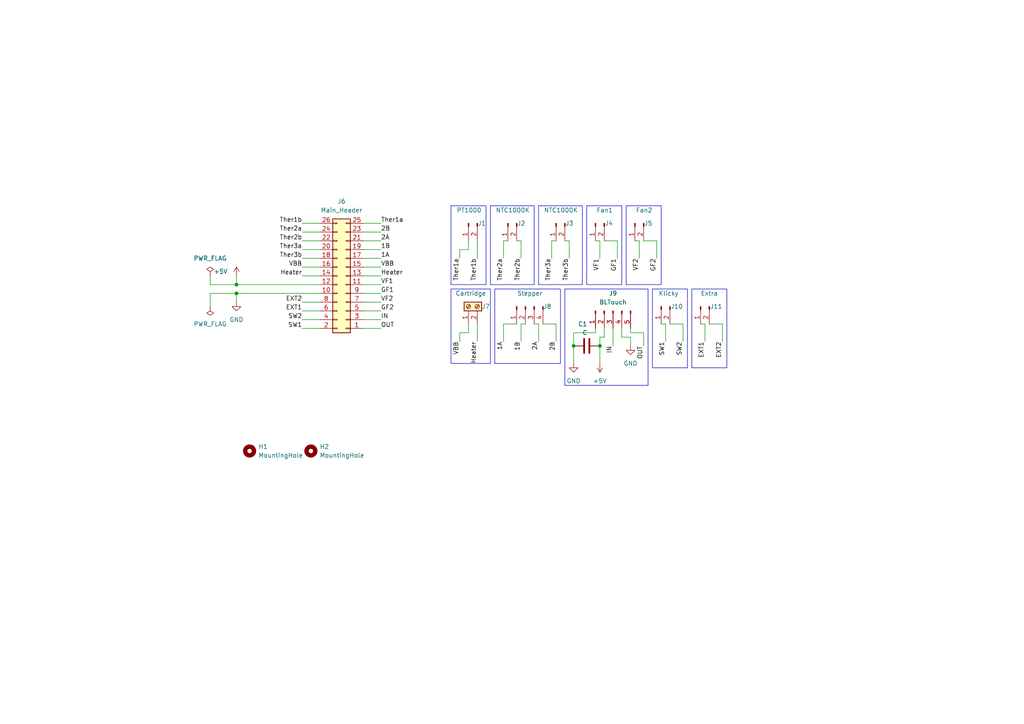
<source format=kicad_sch>
(kicad_sch (version 20230121) (generator eeschema)
  (paper "A4")
  (lib_symbols
    (symbol "Connector:Conn_01x02_Pin" (pin_names (offset 1.016) hide)
      (property "Reference" "J" (at 0 2.54 0))
      (property "Value" "Conn_01x02_Pin" (at 0 -5.08 0))
      (symbol "Conn_01x02_Pin_1_1"
        (polyline (pts (xy 1.27 -2.54) (xy 0.8636 -2.54)) (stroke (width 0.1524)))
        (polyline (pts (xy 1.27 0) (xy 0.8636 0)) (stroke (width 0.1524)))
        (rectangle (start 0.8636 -2.413) (end 0 -2.667) (stroke (width 0.1524)) (fill (type outline)))
        (rectangle (start 0.8636 0.127) (end 0 -0.127) (stroke (width 0.1524)) (fill (type outline)))
        (pin passive line (at 5.08 0 180) (length 3.81) (name "Pin_1") (number "1"))
        (pin passive line (at 5.08 -2.54 180) (length 3.81) (name "Pin_2") (number "2"))
      )
    )
    (symbol "Connector:Conn_01x04_Pin" (pin_names (offset 1.016) hide)
      (property "Reference" "J" (at 0 5.08 0))
      (property "Value" "Conn_01x04_Pin" (at 0 -7.62 0))
      (symbol "Conn_01x04_Pin_1_1"
        (polyline (pts (xy 1.27 -5.08) (xy 0.8636 -5.08)) (stroke (width 0.1524)))
        (polyline (pts (xy 1.27 -2.54) (xy 0.8636 -2.54)) (stroke (width 0.1524)))
        (polyline (pts (xy 1.27 0) (xy 0.8636 0)) (stroke (width 0.1524)))
        (polyline (pts (xy 1.27 2.54) (xy 0.8636 2.54)) (stroke (width 0.1524)))
        (rectangle (start 0.8636 -4.953) (end 0 -5.207) (stroke (width 0.1524)) (fill (type outline)))
        (rectangle (start 0.8636 -2.413) (end 0 -2.667) (stroke (width 0.1524)) (fill (type outline)))
        (rectangle (start 0.8636 0.127) (end 0 -0.127) (stroke (width 0.1524)) (fill (type outline)))
        (rectangle (start 0.8636 2.667) (end 0 2.413) (stroke (width 0.1524)) (fill (type outline)))
        (pin passive line (at 5.08 2.54 180) (length 3.81) (name "Pin_1") (number "1"))
        (pin passive line (at 5.08 0 180) (length 3.81) (name "Pin_2") (number "2"))
        (pin passive line (at 5.08 -2.54 180) (length 3.81) (name "Pin_3") (number "3"))
        (pin passive line (at 5.08 -5.08 180) (length 3.81) (name "Pin_4") (number "4"))
      )
    )
    (symbol "Connector:Conn_01x05_Pin" (pin_names (offset 1.016) hide)
      (property "Reference" "J" (at 0 7.62 0))
      (property "Value" "Conn_01x05_Pin" (at 0 -7.62 0))
      (symbol "Conn_01x05_Pin_1_1"
        (polyline (pts (xy 1.27 -5.08) (xy 0.8636 -5.08)) (stroke (width 0.1524)))
        (polyline (pts (xy 1.27 -2.54) (xy 0.8636 -2.54)) (stroke (width 0.1524)))
        (polyline (pts (xy 1.27 0) (xy 0.8636 0)) (stroke (width 0.1524)))
        (polyline (pts (xy 1.27 2.54) (xy 0.8636 2.54)) (stroke (width 0.1524)))
        (polyline (pts (xy 1.27 5.08) (xy 0.8636 5.08)) (stroke (width 0.1524)))
        (rectangle (start 0.8636 -4.953) (end 0 -5.207) (stroke (width 0.1524)) (fill (type outline)))
        (rectangle (start 0.8636 -2.413) (end 0 -2.667) (stroke (width 0.1524)) (fill (type outline)))
        (rectangle (start 0.8636 0.127) (end 0 -0.127) (stroke (width 0.1524)) (fill (type outline)))
        (rectangle (start 0.8636 2.667) (end 0 2.413) (stroke (width 0.1524)) (fill (type outline)))
        (rectangle (start 0.8636 5.207) (end 0 4.953) (stroke (width 0.1524)) (fill (type outline)))
        (pin passive line (at 5.08 5.08 180) (length 3.81) (name "Pin_1") (number "1"))
        (pin passive line (at 5.08 2.54 180) (length 3.81) (name "Pin_2") (number "2"))
        (pin passive line (at 5.08 0 180) (length 3.81) (name "Pin_3") (number "3"))
        (pin passive line (at 5.08 -2.54 180) (length 3.81) (name "Pin_4") (number "4"))
        (pin passive line (at 5.08 -5.08 180) (length 3.81) (name "Pin_5") (number "5"))
      )
    )
    (symbol "Connector:Screw_Terminal_01x02" (pin_names (offset 1.016) hide)
      (property "Reference" "J" (at 0 2.54 0))
      (property "Value" "Screw_Terminal_01x02" (at 0 -5.08 0))
      (symbol "Screw_Terminal_01x02_1_1"
        (rectangle (start -1.27 1.27) (end 1.27 -3.81) (stroke (width 0.254)) (fill (type background)))
        (circle (center 0 -2.54) (radius 0.635) (stroke (width 0.1524)))
        (polyline (pts (xy -0.5334 -2.2098) (xy 0.3302 -3.048)) (stroke (width 0.1524)))
        (polyline (pts (xy -0.5334 0.3302) (xy 0.3302 -0.508)) (stroke (width 0.1524)))
        (polyline (pts (xy -0.3556 -2.032) (xy 0.508 -2.8702)) (stroke (width 0.1524)))
        (polyline (pts (xy -0.3556 0.508) (xy 0.508 -0.3302)) (stroke (width 0.1524)))
        (circle (center 0 0) (radius 0.635) (stroke (width 0.1524)))
        (pin passive line (at -5.08 0 0) (length 3.81) (name "Pin_1") (number "1"))
        (pin passive line (at -5.08 -2.54 0) (length 3.81) (name "Pin_2") (number "2"))
      )
    )
    (symbol "Connector_Generic:Conn_02x13_Odd_Even" (pin_names (offset 1.016) hide)
      (property "Reference" "J" (at 1.27 17.78 0))
      (property "Value" "Conn_02x13_Odd_Even" (at 1.27 -17.78 0))
      (symbol "Conn_02x13_Odd_Even_1_1"
        (rectangle (start -1.27 -15.113) (end 0 -15.367) (stroke (width 0.1524)))
        (rectangle (start -1.27 -12.573) (end 0 -12.827) (stroke (width 0.1524)))
        (rectangle (start -1.27 -10.033) (end 0 -10.287) (stroke (width 0.1524)))
        (rectangle (start -1.27 -7.493) (end 0 -7.747) (stroke (width 0.1524)))
        (rectangle (start -1.27 -4.953) (end 0 -5.207) (stroke (width 0.1524)))
        (rectangle (start -1.27 -2.413) (end 0 -2.667) (stroke (width 0.1524)))
        (rectangle (start -1.27 0.127) (end 0 -0.127) (stroke (width 0.1524)))
        (rectangle (start -1.27 2.667) (end 0 2.413) (stroke (width 0.1524)))
        (rectangle (start -1.27 5.207) (end 0 4.953) (stroke (width 0.1524)))
        (rectangle (start -1.27 7.747) (end 0 7.493) (stroke (width 0.1524)))
        (rectangle (start -1.27 10.287) (end 0 10.033) (stroke (width 0.1524)))
        (rectangle (start -1.27 12.827) (end 0 12.573) (stroke (width 0.1524)))
        (rectangle (start -1.27 15.367) (end 0 15.113) (stroke (width 0.1524)))
        (rectangle (start -1.27 16.51) (end 3.81 -16.51) (stroke (width 0.254)) (fill (type background)))
        (rectangle (start 3.81 -15.113) (end 2.54 -15.367) (stroke (width 0.1524)))
        (rectangle (start 3.81 -12.573) (end 2.54 -12.827) (stroke (width 0.1524)))
        (rectangle (start 3.81 -10.033) (end 2.54 -10.287) (stroke (width 0.1524)))
        (rectangle (start 3.81 -7.493) (end 2.54 -7.747) (stroke (width 0.1524)))
        (rectangle (start 3.81 -4.953) (end 2.54 -5.207) (stroke (width 0.1524)))
        (rectangle (start 3.81 -2.413) (end 2.54 -2.667) (stroke (width 0.1524)))
        (rectangle (start 3.81 0.127) (end 2.54 -0.127) (stroke (width 0.1524)))
        (rectangle (start 3.81 2.667) (end 2.54 2.413) (stroke (width 0.1524)))
        (rectangle (start 3.81 5.207) (end 2.54 4.953) (stroke (width 0.1524)))
        (rectangle (start 3.81 7.747) (end 2.54 7.493) (stroke (width 0.1524)))
        (rectangle (start 3.81 10.287) (end 2.54 10.033) (stroke (width 0.1524)))
        (rectangle (start 3.81 12.827) (end 2.54 12.573) (stroke (width 0.1524)))
        (rectangle (start 3.81 15.367) (end 2.54 15.113) (stroke (width 0.1524)))
        (pin passive line (at -5.08 15.24 0) (length 3.81) (name "Pin_1") (number "1"))
        (pin passive line (at 7.62 5.08 180) (length 3.81) (name "Pin_10") (number "10"))
        (pin passive line (at -5.08 2.54 0) (length 3.81) (name "Pin_11") (number "11"))
        (pin passive line (at 7.62 2.54 180) (length 3.81) (name "Pin_12") (number "12"))
        (pin passive line (at -5.08 0 0) (length 3.81) (name "Pin_13") (number "13"))
        (pin passive line (at 7.62 0 180) (length 3.81) (name "Pin_14") (number "14"))
        (pin passive line (at -5.08 -2.54 0) (length 3.81) (name "Pin_15") (number "15"))
        (pin passive line (at 7.62 -2.54 180) (length 3.81) (name "Pin_16") (number "16"))
        (pin passive line (at -5.08 -5.08 0) (length 3.81) (name "Pin_17") (number "17"))
        (pin passive line (at 7.62 -5.08 180) (length 3.81) (name "Pin_18") (number "18"))
        (pin passive line (at -5.08 -7.62 0) (length 3.81) (name "Pin_19") (number "19"))
        (pin passive line (at 7.62 15.24 180) (length 3.81) (name "Pin_2") (number "2"))
        (pin passive line (at 7.62 -7.62 180) (length 3.81) (name "Pin_20") (number "20"))
        (pin passive line (at -5.08 -10.16 0) (length 3.81) (name "Pin_21") (number "21"))
        (pin passive line (at 7.62 -10.16 180) (length 3.81) (name "Pin_22") (number "22"))
        (pin passive line (at -5.08 -12.7 0) (length 3.81) (name "Pin_23") (number "23"))
        (pin passive line (at 7.62 -12.7 180) (length 3.81) (name "Pin_24") (number "24"))
        (pin passive line (at -5.08 -15.24 0) (length 3.81) (name "Pin_25") (number "25"))
        (pin passive line (at 7.62 -15.24 180) (length 3.81) (name "Pin_26") (number "26"))
        (pin passive line (at -5.08 12.7 0) (length 3.81) (name "Pin_3") (number "3"))
        (pin passive line (at 7.62 12.7 180) (length 3.81) (name "Pin_4") (number "4"))
        (pin passive line (at -5.08 10.16 0) (length 3.81) (name "Pin_5") (number "5"))
        (pin passive line (at 7.62 10.16 180) (length 3.81) (name "Pin_6") (number "6"))
        (pin passive line (at -5.08 7.62 0) (length 3.81) (name "Pin_7") (number "7"))
        (pin passive line (at 7.62 7.62 180) (length 3.81) (name "Pin_8") (number "8"))
        (pin passive line (at -5.08 5.08 0) (length 3.81) (name "Pin_9") (number "9"))
      )
    )
    (symbol "Device:C" (pin_numbers hide) (pin_names (offset 0.254))
      (property "Reference" "C" (at 0.635 2.54 0))
      (property "Value" "C" (at 0.635 -2.54 0))
      (symbol "C_0_1"
        (polyline (pts (xy -2.032 -0.762) (xy 2.032 -0.762)) (stroke (width 0.508)))
        (polyline (pts (xy -2.032 0.762) (xy 2.032 0.762)) (stroke (width 0.508)))
      )
      (symbol "C_1_1"
        (pin passive line (at 0 3.81 270) (length 2.794) (name "~") (number "1"))
        (pin passive line (at 0 -3.81 90) (length 2.794) (name "~") (number "2"))
      )
    )
    (symbol "Mechanical:MountingHole" (pin_names (offset 1.016))
      (property "Reference" "H" (at 0 5.08 0))
      (property "Value" "MountingHole" (at 0 3.175 0))
      (symbol "MountingHole_0_1"
        (circle (center 0 0) (radius 1.27) (stroke (width 1.27)))
      )
    )
    (symbol "PCM_4ms_Power-symbol:PWR_FLAG" (power) (pin_numbers hide) (pin_names (offset 0) hide)
      (property "Value" "PWR_FLAG" (at 0 3.81 0))
      (symbol "PWR_FLAG_0_0"
        (pin power_out line (at 0 0 90) (length 0) (name "pwr") (number "1"))
      )
      (symbol "PWR_FLAG_0_1"
        (polyline (pts (xy 0 0) (xy 0 1.27) (xy -1.016 1.905) (xy 0 2.54) (xy 1.016 1.905) (xy 0 1.27)))
      )
    )
    (symbol "power:+5V" (power) (pin_names (offset 0))
      (property "Value" "+5V" (at 0 3.556 0))
      (symbol "+5V_0_1"
        (polyline (pts (xy -0.762 1.27) (xy 0 2.54)))
        (polyline (pts (xy 0 0) (xy 0 2.54)))
        (polyline (pts (xy 0 2.54) (xy 0.762 1.27)))
      )
      (symbol "+5V_1_1"
        (pin power_in line (at 0 0 90) (length 0) hide (name "+5V") (number "1"))
      )
    )
    (symbol "power:GND" (power) (pin_names (offset 0))
      (property "Value" "GND" (at 0 -3.81 0))
      (symbol "GND_0_1"
        (polyline (pts (xy 0 0) (xy 0 -1.27) (xy 1.27 -1.27) (xy 0 -2.54) (xy -1.27 -1.27) (xy 0 -1.27)))
      )
      (symbol "GND_1_1"
        (pin power_in line (at 0 0 270) (length 0) hide (name "GND") (number "1"))
      )
    )
  )
  (junction (at 68.58 85.09))
  (junction (at 68.58 82.55))
  (junction (at 173.99 100.33))
  (junction (at 166.37 100.33))
  (wire (pts (xy 179.07 69.85) (xy 175.26 69.85)))
  (wire (pts (xy 87.63 77.47) (xy 92.71 77.47)))
  (wire (pts (xy 193.04 99.06) (xy 193.04 93.98)))
  (wire (pts (xy 172.72 69.85) (xy 173.99 69.85)))
  (wire (pts (xy 204.47 99.06) (xy 204.47 93.98)))
  (wire (pts (xy 173.99 100.33) (xy 173.99 105.41)))
  (wire (pts (xy 87.63 87.63) (xy 92.71 87.63)))
  (wire (pts (xy 186.69 96.52) (xy 186.69 100.33)))
  (wire (pts (xy 68.58 85.09) (xy 92.71 85.09)))
  (wire (pts (xy 110.49 74.93) (xy 105.41 74.93)))
  (wire (pts (xy 151.13 93.98) (xy 151.13 99.06)))
  (wire (pts (xy 87.63 67.31) (xy 92.71 67.31)))
  (wire (pts (xy 165.1 69.85) (xy 165.1 74.93)))
  (wire (pts (xy 87.63 74.93) (xy 92.71 74.93)))
  (wire (pts (xy 105.41 72.39) (xy 110.49 72.39)))
  (wire (pts (xy 182.88 95.25) (xy 182.88 96.52)))
  (wire (pts (xy 151.13 93.98) (xy 152.4 93.98)))
  (wire (pts (xy 161.29 93.98) (xy 161.29 99.06)))
  (wire (pts (xy 105.41 95.25) (xy 110.49 95.25)))
  (wire (pts (xy 110.49 67.31) (xy 105.41 67.31)))
  (wire (pts (xy 60.96 88.9) (xy 60.96 85.09)))
  (wire (pts (xy 180.34 97.79) (xy 180.34 95.25)))
  (wire (pts (xy 60.96 82.55) (xy 68.58 82.55)))
  (wire (pts (xy 135.89 96.52) (xy 133.35 96.52)))
  (wire (pts (xy 161.29 69.85) (xy 160.02 69.85)))
  (wire (pts (xy 138.43 93.98) (xy 138.43 99.06)))
  (wire (pts (xy 204.47 93.98) (xy 203.2 93.98)))
  (wire (pts (xy 146.05 69.85) (xy 146.05 74.93)))
  (wire (pts (xy 135.89 72.39) (xy 133.35 72.39)))
  (wire (pts (xy 110.49 92.71) (xy 105.41 92.71)))
  (wire (pts (xy 190.5 69.85) (xy 186.69 69.85)))
  (wire (pts (xy 198.12 93.98) (xy 198.12 99.06)))
  (wire (pts (xy 173.99 97.79) (xy 173.99 100.33)))
  (wire (pts (xy 87.63 72.39) (xy 92.71 72.39)))
  (wire (pts (xy 68.58 87.63) (xy 68.58 85.09)))
  (wire (pts (xy 198.12 93.98) (xy 194.31 93.98)))
  (wire (pts (xy 182.88 97.79) (xy 182.88 100.33)))
  (wire (pts (xy 185.42 74.93) (xy 185.42 69.85)))
  (wire (pts (xy 182.88 97.79) (xy 180.34 97.79)))
  (wire (pts (xy 166.37 96.52) (xy 166.37 100.33)))
  (wire (pts (xy 173.99 69.85) (xy 173.99 74.93)))
  (wire (pts (xy 133.35 72.39) (xy 133.35 74.93)))
  (wire (pts (xy 190.5 69.85) (xy 190.5 74.93)))
  (wire (pts (xy 110.49 90.17) (xy 105.41 90.17)))
  (wire (pts (xy 133.35 96.52) (xy 133.35 99.06)))
  (wire (pts (xy 186.69 96.52) (xy 182.88 96.52)))
  (wire (pts (xy 68.58 82.55) (xy 92.71 82.55)))
  (wire (pts (xy 160.02 69.85) (xy 160.02 74.93)))
  (wire (pts (xy 87.63 92.71) (xy 92.71 92.71)))
  (wire (pts (xy 87.63 64.77) (xy 92.71 64.77)))
  (wire (pts (xy 105.41 82.55) (xy 110.49 82.55)))
  (wire (pts (xy 151.13 69.85) (xy 151.13 74.93)))
  (wire (pts (xy 151.13 69.85) (xy 149.86 69.85)))
  (wire (pts (xy 147.32 69.85) (xy 146.05 69.85)))
  (wire (pts (xy 177.8 95.25) (xy 177.8 100.33)))
  (wire (pts (xy 135.89 93.98) (xy 135.89 96.52)))
  (wire (pts (xy 110.49 87.63) (xy 105.41 87.63)))
  (wire (pts (xy 135.89 69.85) (xy 135.89 72.39)))
  (wire (pts (xy 105.41 85.09) (xy 110.49 85.09)))
  (wire (pts (xy 175.26 97.79) (xy 173.99 97.79)))
  (wire (pts (xy 60.96 85.09) (xy 68.58 85.09)))
  (wire (pts (xy 110.49 64.77) (xy 105.41 64.77)))
  (wire (pts (xy 87.63 90.17) (xy 92.71 90.17)))
  (wire (pts (xy 165.1 69.85) (xy 163.83 69.85)))
  (wire (pts (xy 60.96 80.01) (xy 60.96 82.55)))
  (wire (pts (xy 110.49 80.01) (xy 105.41 80.01)))
  (wire (pts (xy 156.21 93.98) (xy 154.94 93.98)))
  (wire (pts (xy 179.07 69.85) (xy 179.07 74.93)))
  (wire (pts (xy 175.26 95.25) (xy 175.26 97.79)))
  (wire (pts (xy 166.37 100.33) (xy 166.37 105.41)))
  (wire (pts (xy 146.05 93.98) (xy 149.86 93.98)))
  (wire (pts (xy 110.49 69.85) (xy 105.41 69.85)))
  (wire (pts (xy 87.63 95.25) (xy 92.71 95.25)))
  (wire (pts (xy 172.72 95.25) (xy 172.72 96.52)))
  (wire (pts (xy 185.42 69.85) (xy 184.15 69.85)))
  (wire (pts (xy 156.21 93.98) (xy 156.21 99.06)))
  (wire (pts (xy 87.63 80.01) (xy 92.71 80.01)))
  (wire (pts (xy 138.43 69.85) (xy 138.43 74.93)))
  (wire (pts (xy 172.72 96.52) (xy 166.37 96.52)))
  (wire (pts (xy 193.04 93.98) (xy 191.77 93.98)))
  (wire (pts (xy 209.55 93.98) (xy 205.74 93.98)))
  (wire (pts (xy 209.55 93.98) (xy 209.55 99.06)))
  (wire (pts (xy 68.58 80.01) (xy 68.58 82.55)))
  (wire (pts (xy 87.63 69.85) (xy 92.71 69.85)))
  (wire (pts (xy 146.05 93.98) (xy 146.05 99.06)))
  (wire (pts (xy 110.49 77.47) (xy 105.41 77.47)))
  (wire (pts (xy 161.29 93.98) (xy 157.48 93.98)))
  (rectangle (start 130.81 59.69) (end 140.97 82.55))
  (rectangle (start 130.81 83.82) (end 142.24 105.41))
  (rectangle (start 163.83 83.82) (end 187.96 111.76))
  (rectangle (start 189.23 83.82) (end 199.39 106.68))
  (rectangle (start 200.66 83.82) (end 210.82 106.68))
  (rectangle (start 156.21 59.69) (end 168.91 82.55))
  (rectangle (start 170.18 59.69) (end 180.34 82.55))
  (rectangle (start 142.24 59.69) (end 154.94 82.55))
  (rectangle (start 143.51 83.82) (end 162.56 105.41))
  (rectangle (start 181.61 59.69) (end 191.77 82.55))
  (label "Ther3a" (at 160.02 74.93 270))
  (label "IN" (at 177.8 100.33 270))
  (label "EXT2" (at 87.63 87.63 180))
  (label "2A" (at 156.21 99.06 270))
  (label "VBB" (at 110.49 77.47 0))
  (label "2B" (at 161.29 99.06 270))
  (label "Heater" (at 87.63 80.01 180))
  (label "Ther2b" (at 151.13 74.93 270))
  (label "Ther2b" (at 87.63 69.85 180))
  (label "SW1" (at 193.04 99.06 270))
  (label "EXT2" (at 209.55 99.06 270))
  (label "Heater" (at 110.49 80.01 0))
  (label "Ther3b" (at 165.1 74.93 270))
  (label "1B" (at 151.13 99.06 270))
  (label "EXT1" (at 204.47 99.06 270))
  (label "OUT" (at 110.49 95.25 0))
  (label "GF2" (at 190.5 74.93 270))
  (label "Ther3b" (at 87.63 74.93 180))
  (label "SW2" (at 198.12 99.06 270))
  (label "GF2" (at 110.49 90.17 0))
  (label "VF1" (at 110.49 82.55 0))
  (label "IN" (at 110.49 92.71 0))
  (label "VF1" (at 173.99 74.93 270))
  (label "Ther1b" (at 138.43 74.93 270))
  (label "SW2" (at 87.63 92.71 180))
  (label "1B" (at 110.49 72.39 0))
  (label "OUT" (at 186.69 100.33 270))
  (label "1A" (at 146.05 99.06 270))
  (label "Ther2a" (at 87.63 67.31 180))
  (label "VF2" (at 185.42 74.93 270))
  (label "GF1" (at 179.07 74.93 270))
  (label "VBB" (at 87.63 77.47 180))
  (label "Ther2a" (at 146.05 74.93 270))
  (label "VF2" (at 110.49 87.63 0))
  (label "Heater" (at 138.43 99.06 270))
  (label "2B" (at 110.49 67.31 0))
  (label "Ther1a" (at 133.35 74.93 270))
  (label "1A" (at 110.49 74.93 0))
  (label "2A" (at 110.49 69.85 0))
  (label "Ther3a" (at 87.63 72.39 180))
  (label "SW1" (at 87.63 95.25 180))
  (label "Ther1b" (at 87.63 64.77 180))
  (label "GF1" (at 110.49 85.09 0))
  (label "Ther1a" (at 110.49 64.77 0))
  (label "EXT1" (at 87.63 90.17 180))
  (label "VBB" (at 133.35 99.06 270))
  (symbol (lib_id "Connector:Conn_01x02_Pin") (at 184.15 64.77 90) (mirror x) (unit 1)
    (property "Reference" "J5" (at 189.23 64.77 90) (effects (justify left)))
    (property "Value" "Fan2" (at 189.23 60.96 90) (effects (justify left)))
    (property "Footprint" "Connector_JST:JST_XH_B2B-XH-A_1x02_P2.50mm_Vertical" (effects hide))
  )
  (symbol (lib_id "power:GND") (at 166.37 105.41 0) (mirror y) (unit 1)
    (property "Reference" "#PWR04" (effects hide))
    (property "Value" "GND" (at 166.37 110.49 0))
  )
  (symbol (lib_id "Connector:Conn_01x02_Pin") (at 203.2 88.9 90) (mirror x) (unit 1)
    (property "Reference" "J11" (at 209.55 88.9 90) (effects (justify left)))
    (property "Value" "Extra" (at 208.28 85.09 90) (effects (justify left)))
    (property "Footprint" "Connector_JST:JST_XH_B2B-XH-A_1x02_P2.50mm_Vertical" (effects hide))
  )
  (symbol (lib_id "Connector:Conn_01x02_Pin") (at 161.29 64.77 90) (mirror x) (unit 1)
    (property "Reference" "J3" (at 166.37 64.77 90) (effects (justify left)))
    (property "Value" "NTC1000K" (at 167.64 60.96 90) (effects (justify left)))
    (property "Footprint" "Connector_JST:JST_XH_B2B-XH-A_1x02_P2.50mm_Vertical" (effects hide))
  )
  (symbol (lib_id "Device:C") (at 170.18 100.33 270) (mirror x) (unit 1)
    (property "Reference" "C1" (at 167.64 93.98 90) (effects (justify left)))
    (property "Value" "C" (at 168.91 96.52 90) (effects (justify left)))
    (property "Footprint" "PCM_Capacitor_SMD_AKL:C_0805_2012Metric_Pad1.15x1.40mm_HandSolder" (effects hide))
  )
  (symbol (lib_id "power:+5V") (at 68.58 80.01 0) (mirror y) (unit 1)
    (property "Reference" "#PWR01" (effects hide))
    (property "Value" "+5V" (at 66.04 78.74 0) (effects (justify left)))
  )
  (symbol (lib_id "PCM_4ms_Power-symbol:PWR_FLAG") (at 60.96 80.01 0) (mirror y) (unit 1)
    (property "Reference" "#FLG01" (effects hide))
    (property "Value" "PWR_FLAG" (at 60.96 74.93 0))
  )
  (symbol (lib_id "Connector:Conn_01x02_Pin") (at 135.89 64.77 90) (mirror x) (unit 1)
    (property "Reference" "J1" (at 140.97 64.77 90) (effects (justify left)))
    (property "Value" "PT1000" (at 139.7 60.96 90) (effects (justify left)))
    (property "Footprint" "Connector_JST:JST_XH_B2B-XH-A_1x02_P2.50mm_Vertical" (effects hide))
  )
  (symbol (lib_id "PCM_4ms_Power-symbol:PWR_FLAG") (at 60.96 88.9 180) (unit 1)
    (property "Reference" "#FLG02" (effects hide))
    (property "Value" "PWR_FLAG" (at 60.96 93.98 0))
  )
  (symbol (lib_id "Mechanical:MountingHole") (at 90.17 130.81 0) (unit 1)
    (property "Reference" "H2" (at 92.71 129.54 0) (effects (justify left)))
    (property "Value" "MountingHole" (at 92.71 132.08 0) (effects (justify left)))
    (property "Footprint" "MountingHole:MountingHole_3.5mm" (effects hide))
  )
  (symbol (lib_id "Connector_Generic:Conn_02x13_Odd_Even") (at 100.33 80.01 180) (unit 1)
    (property "Reference" "J6" (at 99.06 58.42 0))
    (property "Value" "Main_Header" (at 99.06 60.96 0))
    (property "Footprint" "Connector_PinHeader_2.54mm:PinHeader_2x13_P2.54mm_Horizontal" (effects hide))
  )
  (symbol (lib_id "Connector:Conn_01x04_Pin") (at 152.4 88.9 90) (mirror x) (unit 1)
    (property "Reference" "J8" (at 158.75 88.9 90))
    (property "Value" "Stepper" (at 153.67 85.09 90))
    (property "Footprint" "Connector_JST:JST_XH_B4B-XH-A_1x04_P2.50mm_Vertical" (effects hide))
  )
  (symbol (lib_id "power:GND") (at 68.58 87.63 0) (unit 1)
    (property "Reference" "#PWR02" (effects hide))
    (property "Value" "GND" (at 68.58 92.71 0))
  )
  (symbol (lib_id "Connector:Conn_01x02_Pin") (at 172.72 64.77 90) (mirror x) (unit 1)
    (property "Reference" "J4" (at 177.8 64.77 90) (effects (justify left)))
    (property "Value" "Fan1" (at 177.8 60.96 90) (effects (justify left)))
    (property "Footprint" "Connector_JST:JST_XH_B2B-XH-A_1x02_P2.50mm_Vertical" (effects hide))
  )
  (symbol (lib_id "power:GND") (at 182.88 100.33 0) (mirror y) (unit 1)
    (property "Reference" "#PWR03" (effects hide))
    (property "Value" "GND" (at 182.88 105.41 0))
  )
  (symbol (lib_id "Mechanical:MountingHole") (at 72.39 130.81 0) (unit 1)
    (property "Reference" "H1" (at 74.93 129.54 0) (effects (justify left)))
    (property "Value" "MountingHole" (at 74.93 132.08 0) (effects (justify left)))
    (property "Footprint" "MountingHole:MountingHole_3.5mm" (effects hide))
  )
  (symbol (lib_id "Connector:Conn_01x02_Pin") (at 191.77 88.9 90) (mirror x) (unit 1)
    (property "Reference" "J10" (at 198.12 88.9 90) (effects (justify left)))
    (property "Value" "Klicky" (at 196.85 85.09 90) (effects (justify left)))
    (property "Footprint" "Connector_JST:JST_XH_B2B-XH-A_1x02_P2.50mm_Vertical" (effects hide))
  )
  (symbol (lib_id "Connector:Conn_01x05_Pin") (at 177.8 90.17 90) (mirror x) (unit 1)
    (property "Reference" "J9" (at 177.8 85.09 90))
    (property "Value" "BLTouch" (at 177.8 87.63 90))
    (property "Footprint" "Connector_JST:JST_XH_B5B-XH-A_1x05_P2.50mm_Vertical" (effects hide))
  )
  (symbol (lib_id "Connector:Screw_Terminal_01x02") (at 135.89 88.9 90) (unit 1)
    (property "Reference" "J7" (at 139.7 88.9 90) (effects (justify right)))
    (property "Value" "Cartridge" (at 132.08 85.09 90) (effects (justify right)))
    (property "Footprint" "TerminalBlock_4Ucon:TerminalBlock_4Ucon_1x02_P3.50mm_Horizontal" (effects hide))
  )
  (symbol (lib_id "Connector:Conn_01x02_Pin") (at 147.32 64.77 90) (mirror x) (unit 1)
    (property "Reference" "J2" (at 152.4 64.77 90) (effects (justify left)))
    (property "Value" "NTC1000K" (at 153.67 60.96 90) (effects (justify left)))
    (property "Footprint" "Connector_JST:JST_XH_B2B-XH-A_1x02_P2.50mm_Vertical" (effects hide))
  )
  (symbol (lib_id "power:+5V") (at 173.99 105.41 0) (mirror x) (unit 1)
    (property "Reference" "#PWR05" (effects hide))
    (property "Value" "+5V" (at 173.99 110.49 0))
  )
)
</source>
